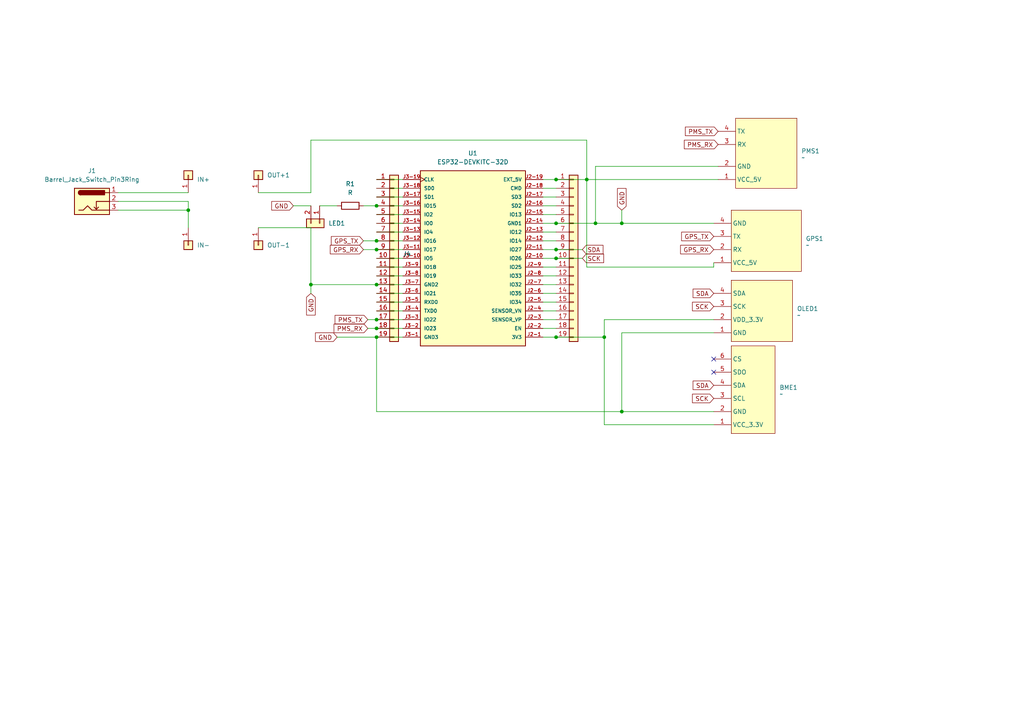
<source format=kicad_sch>
(kicad_sch (version 20250114) (generator "eeschema") (generator_version "9.0")
  (paper "A4")
  (lib_symbols
    (symbol "BME680_1"
      (property "Reference" "BME680" (at -5.08 0 0))
      (symbol "BME680_1_1_1"
        (rectangle (start 0 12.7) (end 12.7 -12.7) (fill (type background)))
        (pin input line (at 17.78 10.16 180) (length 5) (name "VCC_3.3V") (number "1"))
        (pin input line (at 17.78 6.35 180) (length 5) (name "GND") (number "2"))
        (pin input line (at 17.78 2.54 180) (length 5) (name "SCL") (number "3"))
        (pin input line (at 17.78 -1.27 180) (length 5) (name "SDA") (number "4"))
        (pin input line (at 17.78 -5.08 180) (length 5) (name "SDO") (number "5"))
        (pin input line (at 17.78 -8.89 180) (length 5) (name "CS") (number "6"))
      )
    )
    (symbol "Connector:Barrel_Jack_Switch_Pin3Ring" (pin_names (hide yes))
      (property "Reference" "J" (at 0 5.334 0))
      (property "Value" "Barrel_Jack_Switch_Pin3Ring" (at 0 -5.08 0))
      (symbol "Barrel_Jack_Switch_Pin3Ring_0_1"
        (rectangle (start -5.08 3.81) (end 5.08 -3.81) (stroke (width 0.254)) (fill (type background)))
        (polyline (pts (xy -3.81 -2.54) (xy -2.54 -2.54) (xy -1.27 -1.27) (xy 0 -2.54) (xy 2.54 -2.54) (xy 5.08 -2.54)) (stroke (width 0.254)))
        (arc (start -3.302 1.905) (mid -3.9343 2.54) (end -3.302 3.175) (stroke (width 0.254)))
        (arc (start -3.302 1.905) (mid -3.9343 2.54) (end -3.302 3.175) (stroke (width 0.254)) (fill (type outline)))
        (polyline (pts (xy 1.27 -2.286) (xy 1.905 -1.651)) (stroke (width 0.254)))
        (rectangle (start 3.683 3.175) (end -3.302 1.905) (stroke (width 0.254)) (fill (type outline)))
        (polyline (pts (xy 5.08 2.54) (xy 3.81 2.54)) (stroke (width 0.254)))
        (polyline (pts (xy 5.08 0) (xy 1.27 0) (xy 1.27 -2.286) (xy 0.635 -1.651)) (stroke (width 0.254)))
      )
      (symbol "Barrel_Jack_Switch_Pin3Ring_1_1"
        (pin passive line (at 7.62 2.54 180) (length 2.54) (name "~") (number "1"))
        (pin passive line (at 7.62 0 180) (length 2.54) (name "~") (number "2"))
        (pin passive line (at 7.62 -2.54 180) (length 2.54) (name "~") (number "3"))
      )
    )
    (symbol "Connector_Generic:Conn_01x01" (pin_names (offset 1.016) (hide yes))
      (property "Reference" "J" (at 0 2.54 0))
      (property "Value" "Conn_01x01" (at 0 -2.54 0))
      (symbol "Conn_01x01_1_1"
        (rectangle (start -1.27 1.27) (end 1.27 -1.27) (stroke (width 0.254)) (fill (type background)))
        (rectangle (start -1.27 0.127) (end 0 -0.127) (stroke (width 0.1524)))
        (pin passive line (at -5.08 0 0) (length 3.81) (name "Pin_1") (number "1"))
      )
    )
    (symbol "Connector_Generic:Conn_01x02" (pin_names (offset 1.016) (hide yes))
      (property "Reference" "J" (at 0 2.54 0))
      (property "Value" "Conn_01x02" (at 0 -5.08 0))
      (symbol "Conn_01x02_1_1"
        (rectangle (start -1.27 1.27) (end 1.27 -3.81) (stroke (width 0.254)) (fill (type background)))
        (rectangle (start -1.27 0.127) (end 0 -0.127) (stroke (width 0.1524)))
        (rectangle (start -1.27 -2.413) (end 0 -2.667) (stroke (width 0.1524)))
        (pin passive line (at -5.08 0 0) (length 3.81) (name "Pin_1") (number "1"))
        (pin passive line (at -5.08 -2.54 0) (length 3.81) (name "Pin_2") (number "2"))
      )
    )
    (symbol "Connector_Generic:Conn_01x19" (pin_names (offset 1.016) (hide yes))
      (property "Reference" "J" (at 0 25.4 0))
      (property "Value" "Conn_01x19" (at 0 -25.4 0))
      (symbol "Conn_01x19_1_1"
        (rectangle (start -1.27 24.13) (end 1.27 -24.13) (stroke (width 0.254)) (fill (type background)))
        (rectangle (start -1.27 22.987) (end 0 22.733) (stroke (width 0.1524)))
        (rectangle (start -1.27 20.447) (end 0 20.193) (stroke (width 0.1524)))
        (rectangle (start -1.27 17.907) (end 0 17.653) (stroke (width 0.1524)))
        (rectangle (start -1.27 15.367) (end 0 15.113) (stroke (width 0.1524)))
        (rectangle (start -1.27 12.827) (end 0 12.573) (stroke (width 0.1524)))
        (rectangle (start -1.27 10.287) (end 0 10.033) (stroke (width 0.1524)))
        (rectangle (start -1.27 7.747) (end 0 7.493) (stroke (width 0.1524)))
        (rectangle (start -1.27 5.207) (end 0 4.953) (stroke (width 0.1524)))
        (rectangle (start -1.27 2.667) (end 0 2.413) (stroke (width 0.1524)))
        (rectangle (start -1.27 0.127) (end 0 -0.127) (stroke (width 0.1524)))
        (rectangle (start -1.27 -2.413) (end 0 -2.667) (stroke (width 0.1524)))
        (rectangle (start -1.27 -4.953) (end 0 -5.207) (stroke (width 0.1524)))
        (rectangle (start -1.27 -7.493) (end 0 -7.747) (stroke (width 0.1524)))
        (rectangle (start -1.27 -10.033) (end 0 -10.287) (stroke (width 0.1524)))
        (rectangle (start -1.27 -12.573) (end 0 -12.827) (stroke (width 0.1524)))
        (rectangle (start -1.27 -15.113) (end 0 -15.367) (stroke (width 0.1524)))
        (rectangle (start -1.27 -17.653) (end 0 -17.907) (stroke (width 0.1524)))
        (rectangle (start -1.27 -20.193) (end 0 -20.447) (stroke (width 0.1524)))
        (rectangle (start -1.27 -22.733) (end 0 -22.987) (stroke (width 0.1524)))
        (pin passive line (at -5.08 22.86 0) (length 3.81) (name "Pin_1") (number "1"))
        (pin passive line (at -5.08 20.32 0) (length 3.81) (name "Pin_2") (number "2"))
        (pin passive line (at -5.08 17.78 0) (length 3.81) (name "Pin_3") (number "3"))
        (pin passive line (at -5.08 15.24 0) (length 3.81) (name "Pin_4") (number "4"))
        (pin passive line (at -5.08 12.7 0) (length 3.81) (name "Pin_5") (number "5"))
        (pin passive line (at -5.08 10.16 0) (length 3.81) (name "Pin_6") (number "6"))
        (pin passive line (at -5.08 7.62 0) (length 3.81) (name "Pin_7") (number "7"))
        (pin passive line (at -5.08 5.08 0) (length 3.81) (name "Pin_8") (number "8"))
        (pin passive line (at -5.08 2.54 0) (length 3.81) (name "Pin_9") (number "9"))
        (pin passive line (at -5.08 0 0) (length 3.81) (name "Pin_10") (number "10"))
        (pin passive line (at -5.08 -2.54 0) (length 3.81) (name "Pin_11") (number "11"))
        (pin passive line (at -5.08 -5.08 0) (length 3.81) (name "Pin_12") (number "12"))
        (pin passive line (at -5.08 -7.62 0) (length 3.81) (name "Pin_13") (number "13"))
        (pin passive line (at -5.08 -10.16 0) (length 3.81) (name "Pin_14") (number "14"))
        (pin passive line (at -5.08 -12.7 0) (length 3.81) (name "Pin_15") (number "15"))
        (pin passive line (at -5.08 -15.24 0) (length 3.81) (name "Pin_16") (number "16"))
        (pin passive line (at -5.08 -17.78 0) (length 3.81) (name "Pin_17") (number "17"))
        (pin passive line (at -5.08 -20.32 0) (length 3.81) (name "Pin_18") (number "18"))
        (pin passive line (at -5.08 -22.86 0) (length 3.81) (name "Pin_19") (number "19"))
      )
    )
    (symbol "Device:R" (pin_numbers (hide yes)) (pin_names (offset 0))
      (property "Reference" "R" (at 2.032 0 90))
      (property "Value" "R" (at 0 0 90))
      (symbol "R_0_1"
        (rectangle (start -1.016 -2.54) (end 1.016 2.54) (stroke (width 0.254)))
      )
      (symbol "R_1_1"
        (pin passive line (at 0 3.81 270) (length 1.27) (name "~") (number "1"))
        (pin passive line (at 0 -3.81 90) (length 1.27) (name "~") (number "2"))
      )
    )
    (symbol "ESP32_38pins:ESP32-DEVKITC-32D" (pin_names (offset 1.016))
      (property "Reference" "U" (at -15.2572 26.0643 0))
      (property "Value" "ESP32-DEVKITC-32D" (at -15.2563 -27.9698 0))
      (symbol "ESP32-DEVKITC-32D_0_0"
        (rectangle (start -15.24 -25.4) (end 15.24 25.4) (stroke (width 0.254)) (fill (type background)))
        (pin power_in line (at -20.32 22.86 0) (length 5.08) (name "3V3") (number "J2-1"))
        (pin input line (at -20.32 20.32 0) (length 5.08) (name "EN") (number "J2-2"))
        (pin input line (at -20.32 17.78 0) (length 5.08) (name "SENSOR_VP") (number "J2-3"))
        (pin input line (at -20.32 15.24 0) (length 5.08) (name "SENSOR_VN") (number "J2-4"))
        (pin bidirectional line (at -20.32 12.7 0) (length 5.08) (name "IO34") (number "J2-5"))
        (pin bidirectional line (at -20.32 10.16 0) (length 5.08) (name "IO35") (number "J2-6"))
        (pin bidirectional line (at -20.32 7.62 0) (length 5.08) (name "IO32") (number "J2-7"))
        (pin bidirectional line (at -20.32 5.08 0) (length 5.08) (name "IO33") (number "J2-8"))
        (pin bidirectional line (at -20.32 2.54 0) (length 5.08) (name "IO25") (number "J2-9"))
        (pin bidirectional line (at -20.32 0 0) (length 5.08) (name "IO26") (number "J2-10"))
        (pin bidirectional line (at -20.32 -2.54 0) (length 5.08) (name "IO27") (number "J2-11"))
        (pin bidirectional line (at -20.32 -5.08 0) (length 5.08) (name "IO14") (number "J2-12"))
        (pin bidirectional line (at -20.32 -7.62 0) (length 5.08) (name "IO12") (number "J2-13"))
        (pin power_in line (at -20.32 -10.16 0) (length 5.08) (name "GND1") (number "J2-14"))
        (pin bidirectional line (at -20.32 -12.7 0) (length 5.08) (name "IO13") (number "J2-15"))
        (pin bidirectional line (at -20.32 -15.24 0) (length 5.08) (name "SD2") (number "J2-16"))
        (pin bidirectional line (at -20.32 -17.78 0) (length 5.08) (name "SD3") (number "J2-17"))
        (pin bidirectional line (at -20.32 -20.32 0) (length 5.08) (name "CMD") (number "J2-18"))
        (pin power_in line (at -20.32 -22.86 0) (length 5.08) (name "EXT_5V") (number "J2-19"))
        (pin power_in line (at 20.32 22.86 180) (length 5.08) (name "GND3") (number "J3-1"))
        (pin bidirectional line (at 20.32 20.32 180) (length 5.08) (name "IO23") (number "J3-2"))
        (pin bidirectional line (at 20.32 17.78 180) (length 5.08) (name "IO22") (number "J3-3"))
        (pin output line (at 20.32 15.24 180) (length 5.08) (name "TXD0") (number "J3-4"))
        (pin input line (at 20.32 12.7 180) (length 5.08) (name "RXD0") (number "J3-5"))
        (pin bidirectional line (at 20.32 10.16 180) (length 5.08) (name "IO21") (number "J3-6"))
        (pin power_in line (at 20.32 7.62 180) (length 5.08) (name "GND2") (number "J3-7"))
        (pin bidirectional line (at 20.32 5.08 180) (length 5.08) (name "IO19") (number "J3-8"))
        (pin bidirectional line (at 20.32 2.54 180) (length 5.08) (name "IO18") (number "J3-9"))
        (pin bidirectional line (at 20.32 0 180) (length 5.08) (name "IO5") (number "J3-10"))
        (pin bidirectional line (at 20.32 -2.54 180) (length 5.08) (name "IO17") (number "J3-11"))
        (pin bidirectional line (at 20.32 -5.08 180) (length 5.08) (name "IO16") (number "J3-12"))
        (pin bidirectional line (at 20.32 -7.62 180) (length 5.08) (name "IO4") (number "J3-13"))
        (pin bidirectional line (at 20.32 -10.16 180) (length 5.08) (name "IO0") (number "J3-14"))
        (pin bidirectional line (at 20.32 -12.7 180) (length 5.08) (name "IO2") (number "J3-15"))
        (pin bidirectional line (at 20.32 -15.24 180) (length 5.08) (name "IO15") (number "J3-16"))
        (pin bidirectional line (at 20.32 -17.78 180) (length 5.08) (name "SD1") (number "J3-17"))
        (pin bidirectional line (at 20.32 -20.32 180) (length 5.08) (name "SD0") (number "J3-18"))
        (pin input clock (at 20.32 -22.86 180) (length 5.08) (name "CLK") (number "J3-19"))
      )
    )
    (symbol "GPS_NEO_1"
      (property "Reference" "GPS" (at 0 0 0))
      (symbol "GPS_NEO_1_1_1"
        (rectangle (start -10.16 8.89) (end 10.16 -8.89) (fill (type background)))
        (pin input line (at 15.24 6.35 180) (length 5) (name "VCC_5V") (number "1"))
        (pin input line (at 15.24 2.54 180) (length 5) (name "RX") (number "2"))
        (pin input line (at 15.24 -1.27 180) (length 5) (name "TX") (number "3"))
        (pin input line (at 15.24 -5.08 180) (length 5) (name "GND") (number "4"))
      )
    )
    (symbol "OLED_1"
      (property "Reference" "OLED" (at -2.54 -1.27 0))
      (symbol "OLED_1_1_1"
        (rectangle (start -8.89 8.89) (end 8.89 -8.89) (fill (type background)))
        (pin input line (at 13.97 6.35 180) (length 5) (name "GND") (number "1"))
        (pin input line (at 13.97 2.54 180) (length 5) (name "VDD_3.3V") (number "2"))
        (pin input line (at 13.97 -1.27 180) (length 5) (name "SCK") (number "3"))
        (pin input line (at 13.97 -5.08 180) (length 5) (name "SDA") (number "4"))
      )
    )
    (symbol "PMS5003:PMS5003"
      (property "Reference" "U" (at 0 0 0))
      (symbol "PMS5003_1_1"
        (rectangle (start -8.89 10.16) (end 8.89 -10.16) (fill (type background)))
        (pin input line (at 13.97 7.62 180) (length 5) (name "VCC_5V") (number "1"))
        (pin input line (at 13.97 3.81 180) (length 5) (name "GND") (number "2"))
        (pin input line (at 13.97 -2.54 180) (length 5) (name "RX") (number "3"))
        (pin input line (at 13.97 -6.35 180) (length 5) (name "TX") (number "4"))
      )
    )
  )
  (junction (at 109.22 92.71))
  (junction (at 109.22 95.25))
  (junction (at 90.17 82.55))
  (junction (at 172.72 64.77))
  (junction (at 180.34 119.38))
  (junction (at 109.22 59.69))
  (junction (at 170.18 52.07))
  (junction (at 161.29 74.93))
  (junction (at 161.29 97.79))
  (junction (at 161.29 64.77))
  (junction (at 161.29 72.39))
  (junction (at 161.29 52.07))
  (junction (at 109.22 69.85))
  (junction (at 175.26 97.79))
  (junction (at 54.61 60.96))
  (junction (at 109.22 82.55))
  (junction (at 180.34 64.77))
  (junction (at 109.22 72.39))
  (junction (at 109.22 97.79))
  (no_connect (at 207.01 107.95))
  (no_connect (at 207.01 104.14))
  (wire (pts (xy 157.48 97.79) (xy 161.29 97.79)))
  (wire (pts (xy 109.22 72.39) (xy 116.84 72.39)))
  (wire (pts (xy 172.72 48.26) (xy 172.72 64.77)))
  (wire (pts (xy 97.79 97.79) (xy 109.22 97.79)))
  (wire (pts (xy 157.48 85.09) (xy 161.29 85.09)))
  (wire (pts (xy 109.22 92.71) (xy 116.84 92.71)))
  (wire (pts (xy 34.29 58.42) (xy 54.61 58.42)))
  (wire (pts (xy 34.29 55.88) (xy 54.61 55.88)))
  (wire (pts (xy 170.18 77.47) (xy 170.18 52.07)))
  (wire (pts (xy 175.26 97.79) (xy 175.26 92.71)))
  (wire (pts (xy 109.22 87.63) (xy 116.84 87.63)))
  (wire (pts (xy 157.48 90.17) (xy 161.29 90.17)))
  (wire (pts (xy 109.22 64.77) (xy 116.84 64.77)))
  (wire (pts (xy 109.22 52.07) (xy 116.84 52.07)))
  (wire (pts (xy 207.01 77.47) (xy 207.01 76.2)))
  (wire (pts (xy 109.22 59.69) (xy 116.84 59.69)))
  (wire (pts (xy 170.18 40.64) (xy 90.17 40.64)))
  (wire (pts (xy 109.22 90.17) (xy 116.84 90.17)))
  (wire (pts (xy 157.48 87.63) (xy 161.29 87.63)))
  (wire (pts (xy 34.29 60.96) (xy 54.61 60.96)))
  (wire (pts (xy 109.22 80.01) (xy 116.84 80.01)))
  (wire (pts (xy 157.48 95.25) (xy 161.29 95.25)))
  (wire (pts (xy 157.48 69.85) (xy 161.29 69.85)))
  (wire (pts (xy 109.22 97.79) (xy 116.84 97.79)))
  (wire (pts (xy 180.34 64.77) (xy 207.01 64.77)))
  (wire (pts (xy 157.48 54.61) (xy 161.29 54.61)))
  (wire (pts (xy 157.48 92.71) (xy 161.29 92.71)))
  (wire (pts (xy 157.48 59.69) (xy 161.29 59.69)))
  (wire (pts (xy 157.48 52.07) (xy 161.29 52.07)))
  (wire (pts (xy 161.29 74.93) (xy 168.91 74.93)))
  (wire (pts (xy 105.41 69.85) (xy 109.22 69.85)))
  (wire (pts (xy 175.26 92.71) (xy 207.01 92.71)))
  (wire (pts (xy 90.17 85.09) (xy 90.17 82.55)))
  (wire (pts (xy 109.22 62.23) (xy 116.84 62.23)))
  (wire (pts (xy 106.68 92.71) (xy 109.22 92.71)))
  (wire (pts (xy 157.48 74.93) (xy 161.29 74.93)))
  (wire (pts (xy 109.22 82.55) (xy 116.84 82.55)))
  (wire (pts (xy 105.41 59.69) (xy 109.22 59.69)))
  (wire (pts (xy 170.18 52.07) (xy 208.28 52.07)))
  (wire (pts (xy 180.34 60.96) (xy 180.34 64.77)))
  (wire (pts (xy 180.34 119.38) (xy 207.01 119.38)))
  (wire (pts (xy 92.71 59.69) (xy 97.79 59.69)))
  (wire (pts (xy 175.26 123.19) (xy 175.26 97.79)))
  (wire (pts (xy 207.01 96.52) (xy 180.34 96.52)))
  (wire (pts (xy 90.17 40.64) (xy 90.17 55.88)))
  (wire (pts (xy 157.48 80.01) (xy 161.29 80.01)))
  (wire (pts (xy 54.61 58.42) (xy 54.61 60.96)))
  (wire (pts (xy 157.48 72.39) (xy 161.29 72.39)))
  (wire (pts (xy 74.93 66.04) (xy 90.17 66.04)))
  (wire (pts (xy 105.41 72.39) (xy 109.22 72.39)))
  (wire (pts (xy 157.48 77.47) (xy 161.29 77.47)))
  (wire (pts (xy 90.17 66.04) (xy 90.17 82.55)))
  (wire (pts (xy 157.48 64.77) (xy 161.29 64.77)))
  (wire (pts (xy 109.22 77.47) (xy 116.84 77.47)))
  (wire (pts (xy 172.72 64.77) (xy 180.34 64.77)))
  (wire (pts (xy 208.28 48.26) (xy 172.72 48.26)))
  (wire (pts (xy 157.48 82.55) (xy 161.29 82.55)))
  (wire (pts (xy 109.22 54.61) (xy 116.84 54.61)))
  (wire (pts (xy 161.29 97.79) (xy 175.26 97.79)))
  (wire (pts (xy 109.22 97.79) (xy 109.22 119.38)))
  (wire (pts (xy 157.48 57.15) (xy 161.29 57.15)))
  (wire (pts (xy 157.48 67.31) (xy 161.29 67.31)))
  (wire (pts (xy 161.29 72.39) (xy 168.91 72.39)))
  (wire (pts (xy 54.61 60.96) (xy 54.61 66.04)))
  (wire (pts (xy 109.22 95.25) (xy 116.84 95.25)))
  (wire (pts (xy 109.22 57.15) (xy 116.84 57.15)))
  (wire (pts (xy 161.29 64.77) (xy 172.72 64.77)))
  (wire (pts (xy 74.93 55.88) (xy 90.17 55.88)))
  (wire (pts (xy 109.22 74.93) (xy 116.84 74.93)))
  (wire (pts (xy 170.18 40.64) (xy 170.18 52.07)))
  (wire (pts (xy 207.01 123.19) (xy 175.26 123.19)))
  (wire (pts (xy 90.17 82.55) (xy 109.22 82.55)))
  (wire (pts (xy 109.22 67.31) (xy 116.84 67.31)))
  (wire (pts (xy 106.68 95.25) (xy 109.22 95.25)))
  (wire (pts (xy 207.01 77.47) (xy 170.18 77.47)))
  (wire (pts (xy 109.22 69.85) (xy 116.84 69.85)))
  (wire (pts (xy 161.29 52.07) (xy 170.18 52.07)))
  (wire (pts (xy 109.22 119.38) (xy 180.34 119.38)))
  (wire (pts (xy 157.48 62.23) (xy 161.29 62.23)))
  (wire (pts (xy 109.22 85.09) (xy 116.84 85.09)))
  (wire (pts (xy 85.09 59.69) (xy 90.17 59.69)))
  (wire (pts (xy 180.34 96.52) (xy 180.34 119.38)))
  (global_label "SDA" (shape input) (at 207.01 111.76 180) (property "Intersheetrefs" "${INTERSHEET_REFS}" (effects (hide yes))))
  (global_label "GPS_TX" (shape input) (at 105.41 69.85 180) (property "Intersheetrefs" "${INTERSHEET_REFS}" (effects (hide yes))))
  (global_label "PMS_TX" (shape input) (at 208.28 38.1 180) (property "Intersheetrefs" "${INTERSHEET_REFS}" (effects (hide yes))))
  (global_label "GPS_TX" (shape input) (at 207.01 68.58 180) (property "Intersheetrefs" "${INTERSHEET_REFS}" (effects (hide yes))))
  (global_label "GND" (shape input) (at 90.17 85.09 270) (property "Intersheetrefs" "${INTERSHEET_REFS}" (effects (hide yes))))
  (global_label "PMS_RX" (shape input) (at 106.68 95.25 180) (property "Intersheetrefs" "${INTERSHEET_REFS}" (effects (hide yes))))
  (global_label "SCK" (shape input) (at 207.01 88.9 180) (property "Intersheetrefs" "${INTERSHEET_REFS}" (effects (hide yes))))
  (global_label "SCK" (shape input) (at 168.91 74.93 0) (property "Intersheetrefs" "${INTERSHEET_REFS}" (effects (hide yes))))
  (global_label "PMS_RX" (shape input) (at 208.28 41.91 180) (property "Intersheetrefs" "${INTERSHEET_REFS}" (effects (hide yes))))
  (global_label "GND" (shape input) (at 85.09 59.69 180) (property "Intersheetrefs" "${INTERSHEET_REFS}" (effects (hide yes))))
  (global_label "GPS_RX" (shape input) (at 105.41 72.39 180) (property "Intersheetrefs" "${INTERSHEET_REFS}" (effects (hide yes))))
  (global_label "GND" (shape input) (at 97.79 97.79 180) (property "Intersheetrefs" "${INTERSHEET_REFS}" (effects (hide yes))))
  (global_label "SDA" (shape input) (at 207.01 85.09 180) (property "Intersheetrefs" "${INTERSHEET_REFS}" (effects (hide yes))))
  (global_label "PMS_TX" (shape input) (at 106.68 92.71 180) (property "Intersheetrefs" "${INTERSHEET_REFS}" (effects (hide yes))))
  (global_label "GPS_RX" (shape input) (at 207.01 72.39 180) (property "Intersheetrefs" "${INTERSHEET_REFS}" (effects (hide yes))))
  (global_label "SCK" (shape input) (at 207.01 115.57 180) (property "Intersheetrefs" "${INTERSHEET_REFS}" (effects (hide yes))))
  (global_label "SDA" (shape input) (at 168.91 72.39 0) (property "Intersheetrefs" "${INTERSHEET_REFS}" (effects (hide yes))))
  (global_label "GND" (shape input) (at 180.34 60.96 90) (property "Intersheetrefs" "${INTERSHEET_REFS}" (effects (hide yes))))
  (symbol (lib_id "PMS5003:PMS5003") (at 222.25 44.45 180) (unit 1)
    (property "Reference" "PMS1" (at 232.41 43.8149 0) (effects (justify right)))
    (property "Value" "~" (at 232.41 45.72 0) (effects (justify right)))
    (property "Footprint" "Connector_PinHeader_2.54mm:PinHeader_1x04_P2.54mm_Vertical" (effects (hide yes)))
  )
  (symbol (lib_id "Connector:Barrel_Jack_Switch_Pin3Ring") (at 26.67 58.42 0) (unit 1)
    (property "Reference" "J1" (at 26.67 49.53 0))
    (property "Value" "Barrel_Jack_Switch_Pin3Ring" (at 26.67 52.07 0))
    (property "Footprint" "Connector_BarrelJack:BarrelJack_Wuerth_6941xx301002" (effects (hide yes)))
    (property "Description" "DC Barrel Jack with an internal switch" (effects (hide yes)))
  )
  (symbol (lib_id "Connector_Generic:Conn_01x01") (at 54.61 71.12 270) (unit 1)
    (property "Reference" "J3" (effects (hide yes)))
    (property "Value" "IN-" (at 57.15 71.1199 90) (effects (justify left)))
    (property "Footprint" "Connector_PinHeader_2.54mm:PinHeader_1x01_P2.54mm_Vertical" (effects (hide yes)))
    (property "Description" "Generic connector, single row, 01x01, script generated (kicad-library-utils/schlib/autogen/connector/)" (effects (hide yes)))
  )
  (symbol (lib_id "ESP32_38pins:ESP32-DEVKITC-32D") (at 137.16 74.93 180) (unit 1)
    (property "Reference" "U1" (at 137.16 44.45 0))
    (property "Value" "ESP32-DEVKITC-32D" (at 137.16 46.99 0))
    (property "Footprint" "ESP32_38pins:MODULE_ESP32-DEVKITC-32D" (effects (hide yes)))
    (property "MF" "Espressif Systems" (effects (hide yes)))
    (property "MAXIMUM_PACKAGE_HEIGHT" "N/A" (effects (hide yes)))
    (property "Package" "None" (effects (hide yes)))
    (property "Price" "None" (effects (hide yes)))
    (property "Check_prices" "https://www.snapeda.com/parts/ESP32DEVKITC32D/Espressif+Systems/view-part/?ref=eda" (effects (hide yes)))
    (property "STANDARD" "Manufacturer Recommendations" (effects (hide yes)))
    (property "PARTREV" "V4" (effects (hide yes)))
    (property "SnapEDA_Link" "https://www.snapeda.com/parts/ESP32DEVKITC32D/Espressif+Systems/view-part/?ref=snap" (effects (hide yes)))
    (property "MP" "ESP32DEVKITC32D" (effects (hide yes)))
    (property "Description_1" "ESP-WROOM-32 - Transceiver; 802.11 b/g/n (Wi-Fi, WiFi, WLAN), Bluetooth® Smart Ready 4.x Dual Mode (BLE) 2.4GHz Evaluation Board" (effects (hide yes)))
    (property "MANUFACTURER" "Espressif Systems" (effects (hide yes)))
    (property "Availability" "In Stock" (effects (hide yes)))
    (property "SNAPEDA_PN" "ESP32-DEVKITC-32D" (effects (hide yes)))
  )
  (symbol (lib_id "Connector_Generic:Conn_01x01") (at 54.61 50.8 90) (unit 1)
    (property "Reference" "J2" (effects (hide yes)))
    (property "Value" "IN+" (at 57.15 52.0699 90) (effects (justify right)))
    (property "Footprint" "Connector_PinHeader_2.54mm:PinHeader_1x01_P2.54mm_Vertical" (effects (hide yes)))
    (property "Description" "Generic connector, single row, 01x01, script generated (kicad-library-utils/schlib/autogen/connector/)" (effects (hide yes)))
  )
  (symbol (lib_id "Connector_Generic:Conn_01x02") (at 92.71 64.77 270) (unit 1)
    (property "Reference" "LED1" (at 95.25 64.7699 90) (effects (justify left)))
    (property "Value" "Conn_01x02" (effects (hide yes)))
    (property "Footprint" "Connector_PinHeader_2.54mm:PinHeader_1x02_P2.54mm_Vertical" (effects (hide yes)))
    (property "Description" "Generic connector, single row, 01x02, script generated (kicad-library-utils/schlib/autogen/connector/)" (effects (hide yes)))
  )
  (symbol (lib_name "GPS_NEO_1") (lib_id "GPS_NEO:GPS_NEO") (at 222.25 69.85 180) (unit 1)
    (property "Reference" "GPS1" (at 233.68 69.2149 0) (effects (justify right)))
    (property "Value" "~" (at 233.68 71.12 0) (effects (justify right)))
    (property "Footprint" "Connector_PinHeader_2.54mm:PinHeader_1x04_P2.54mm_Vertical" (effects (hide yes)))
  )
  (symbol (lib_name "BME680_1") (lib_id "BME680:BME680") (at 224.79 113.03 180) (unit 1)
    (property "Reference" "BME1" (at 226.06 112.3949 0) (effects (justify right)))
    (property "Value" "~" (at 226.06 114.3 0) (effects (justify right)))
    (property "Footprint" "Connector_PinHeader_2.54mm:PinHeader_1x06_P2.54mm_Vertical" (effects (hide yes)))
  )
  (symbol (lib_name "OLED_1") (lib_id "OLED:OLED") (at 220.98 90.17 180) (unit 1)
    (property "Reference" "OLED1" (at 231.14 89.5349 0) (effects (justify right)))
    (property "Value" "~" (at 231.14 91.44 0) (effects (justify right)))
    (property "Footprint" "Connector_PinHeader_2.54mm:PinHeader_1x04_P2.54mm_Vertical" (effects (hide yes)))
  )
  (symbol (lib_id "Connector_Generic:Conn_01x19") (at 166.37 74.93 0) (unit 1)
    (property "Reference" "J5" (effects (hide yes)))
    (property "Value" "Conn_01x19" (effects (hide yes)))
    (property "Footprint" "Connector_PinHeader_2.54mm:PinHeader_1x19_P2.54mm_Vertical" (effects (hide yes)))
    (property "Description" "Generic connector, single row, 01x19, script generated (kicad-library-utils/schlib/autogen/connector/)" (effects (hide yes)))
  )
  (symbol (lib_id "Connector_Generic:Conn_01x01") (at 74.93 71.12 270) (unit 1)
    (property "Reference" "OUT-1" (at 77.47 71.1199 90) (effects (justify left)))
    (property "Value" "Conn_01x01" (effects (hide yes)))
    (property "Footprint" "Connector_PinHeader_2.54mm:PinHeader_1x01_P2.54mm_Vertical" (effects (hide yes)))
    (property "Description" "Generic connector, single row, 01x01, script generated (kicad-library-utils/schlib/autogen/connector/)" (effects (hide yes)))
  )
  (symbol (lib_id "Device:R") (at 101.6 59.69 90) (unit 1)
    (property "Reference" "R1" (at 101.6 53.34 90))
    (property "Value" "R" (at 101.6 55.88 90))
    (property "Footprint" "Resistor_THT:R_Axial_DIN0207_L6.3mm_D2.5mm_P10.16mm_Horizontal" (effects (hide yes)))
    (property "Description" "Resistor" (effects (hide yes)))
  )
  (symbol (lib_id "Connector_Generic:Conn_01x19") (at 114.3 74.93 0) (unit 1)
    (property "Reference" "J4" (at 116.84 73.6599 0) (effects (justify left)))
    (property "Value" "Conn_01x19" (effects (hide yes)))
    (property "Footprint" "Connector_PinHeader_2.54mm:PinHeader_1x19_P2.54mm_Vertical" (effects (hide yes)))
    (property "Description" "Generic connector, single row, 01x19, script generated (kicad-library-utils/schlib/autogen/connector/)" (effects (hide yes)))
  )
  (symbol (lib_id "Connector_Generic:Conn_01x01") (at 74.93 50.8 90) (unit 1)
    (property "Reference" "OUT+1" (at 77.47 50.7999 90) (effects (justify right)))
    (property "Value" "Conn_01x01" (effects (hide yes)))
    (property "Footprint" "Connector_PinHeader_2.54mm:PinHeader_1x01_P2.54mm_Vertical" (effects (hide yes)))
    (property "Description" "Generic connector, single row, 01x01, script generated (kicad-library-utils/schlib/autogen/connector/)" (effects (hide yes)))
  )
)
</source>
